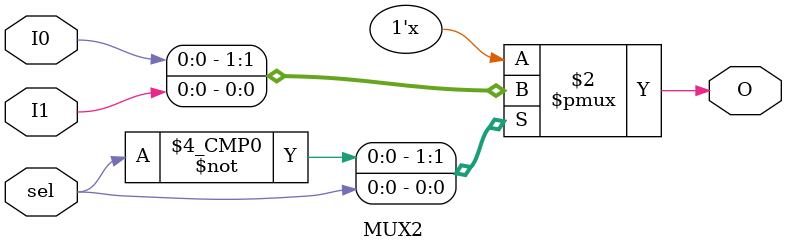
<source format=v>

module MUX2 (
  input  wire I0, I1,
  output reg  O,
  input  wire sel
);

  always @(*) begin
    case (sel)
      1'b0: O = I0;
      1'b1: O = I1;
    endcase
  end

endmodule

</source>
